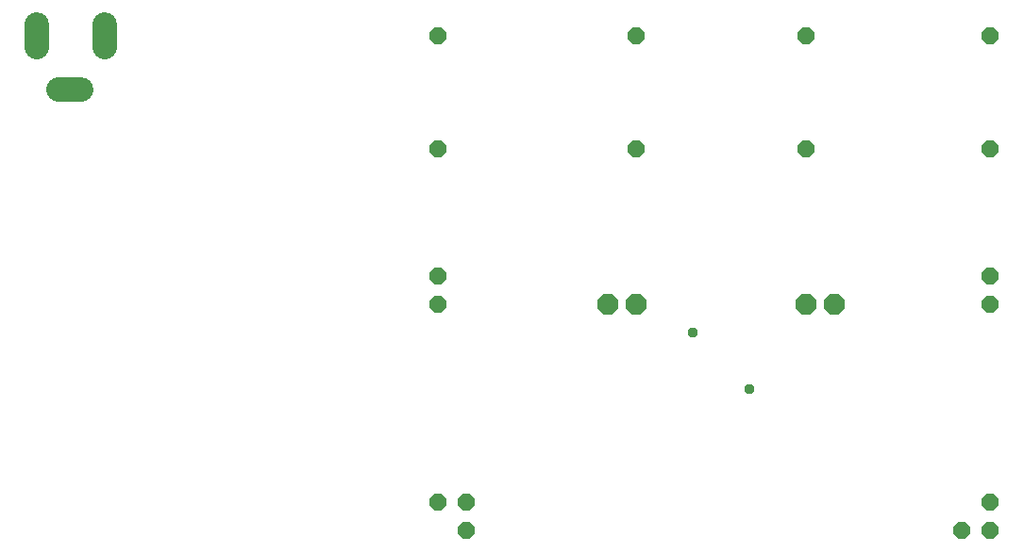
<source format=gbr>
G04 EAGLE Gerber X2 export*
%TF.Part,Single*%
%TF.FileFunction,Soldermask,Bot,1*%
%TF.FilePolarity,Negative*%
%TF.GenerationSoftware,Autodesk,EAGLE,8.6.0*%
%TF.CreationDate,2018-04-10T05:38:09Z*%
G75*
%MOMM*%
%FSLAX34Y34*%
%LPD*%
%AMOC8*
5,1,8,0,0,1.08239X$1,22.5*%
G01*
%ADD10P,1.951982X8X22.500000*%
%ADD11C,2.203200*%
%ADD12P,1.649562X8X292.500000*%
%ADD13P,1.649562X8X112.500000*%
%ADD14P,1.649562X8X22.500000*%
%ADD15C,0.959600*%


D10*
X635000Y279400D03*
X660400Y279400D03*
X812800Y279400D03*
X838200Y279400D03*
D11*
X183400Y510700D02*
X183400Y530700D01*
X122400Y530700D02*
X122400Y510700D01*
X142400Y472700D02*
X162400Y472700D01*
D12*
X482600Y304800D03*
X482600Y279400D03*
X977900Y304800D03*
X977900Y279400D03*
D13*
X482600Y419100D03*
X482600Y520700D03*
X660400Y419100D03*
X660400Y520700D03*
X812800Y419100D03*
X812800Y520700D03*
X977900Y419100D03*
X977900Y520700D03*
D14*
X952500Y76200D03*
X977900Y76200D03*
X977900Y101600D03*
D13*
X508000Y76200D03*
X508000Y101600D03*
X482600Y101600D03*
D15*
X762000Y203200D03*
X711200Y254000D03*
M02*

</source>
